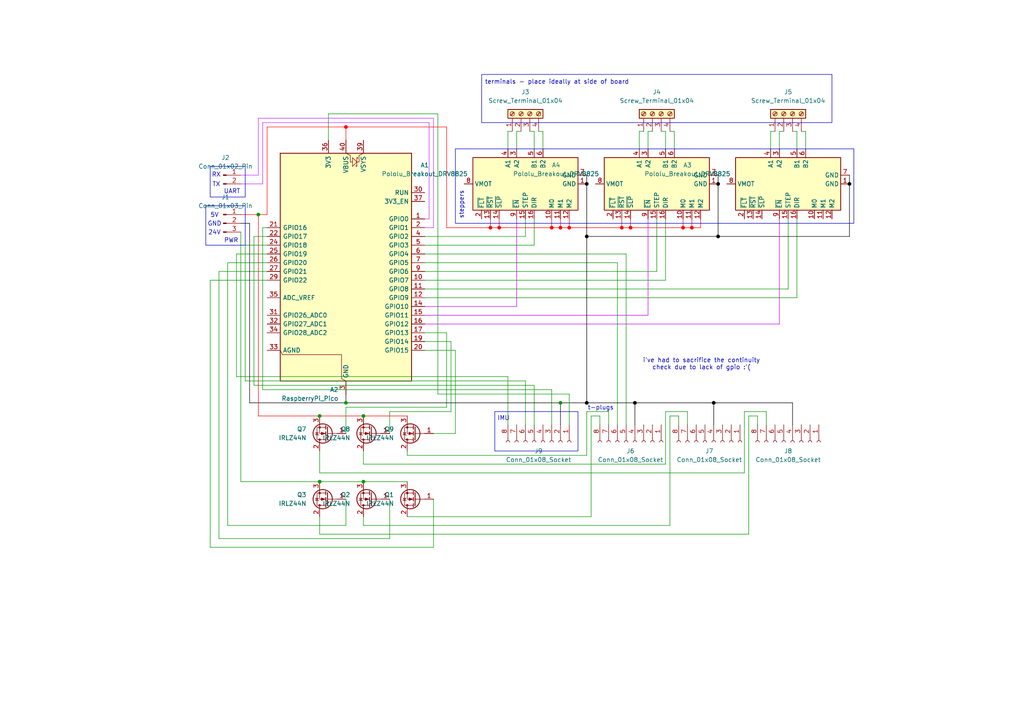
<source format=kicad_sch>
(kicad_sch (version 20250114) (generator "eeschema") (generator_version "9.0")
  (paper "A4")
  (lib_symbols
    (symbol "Connector:Conn_01x02_Pin" (pin_names (offset 1.016) (hide yes))
      (property "Reference" "J" (at 0 2.54 0))
      (property "Value" "Conn_01x02_Pin" (at 0 -5.08 0))
      (symbol "Conn_01x02_Pin_1_1"
        (rectangle (start 0.8636 0.127) (end 0 -0.127) (stroke (width 0.1524)) (fill (type outline)))
        (rectangle (start 0.8636 -2.413) (end 0 -2.667) (stroke (width 0.1524)) (fill (type outline)))
        (polyline (pts (xy 1.27 0) (xy 0.8636 0)) (stroke (width 0.1524)))
        (polyline (pts (xy 1.27 -2.54) (xy 0.8636 -2.54)) (stroke (width 0.1524)))
        (pin passive line (at 5.08 0 180) (length 3.81) (name "Pin_1") (number "1"))
        (pin passive line (at 5.08 -2.54 180) (length 3.81) (name "Pin_2") (number "2"))
      )
    )
    (symbol "Connector:Conn_01x03_Pin" (pin_names (offset 1.016) (hide yes))
      (property "Reference" "J" (at 0 5.08 0))
      (property "Value" "Conn_01x03_Pin" (at 0 -5.08 0))
      (symbol "Conn_01x03_Pin_1_1"
        (rectangle (start 0.8636 2.667) (end 0 2.413) (stroke (width 0.1524)) (fill (type outline)))
        (rectangle (start 0.8636 0.127) (end 0 -0.127) (stroke (width 0.1524)) (fill (type outline)))
        (rectangle (start 0.8636 -2.413) (end 0 -2.667) (stroke (width 0.1524)) (fill (type outline)))
        (polyline (pts (xy 1.27 2.54) (xy 0.8636 2.54)) (stroke (width 0.1524)))
        (polyline (pts (xy 1.27 0) (xy 0.8636 0)) (stroke (width 0.1524)))
        (polyline (pts (xy 1.27 -2.54) (xy 0.8636 -2.54)) (stroke (width 0.1524)))
        (pin passive line (at 5.08 2.54 180) (length 3.81) (name "Pin_1") (number "1"))
        (pin passive line (at 5.08 0 180) (length 3.81) (name "Pin_2") (number "2"))
        (pin passive line (at 5.08 -2.54 180) (length 3.81) (name "Pin_3") (number "3"))
      )
    )
    (symbol "Connector:Conn_01x08_Socket" (pin_names (offset 1.016) (hide yes))
      (property "Reference" "J" (at 0 10.16 0))
      (property "Value" "Conn_01x08_Socket" (at 0 -12.7 0))
      (symbol "Conn_01x08_Socket_1_1"
        (polyline (pts (xy -1.27 7.62) (xy -0.508 7.62)) (stroke (width 0.1524)))
        (polyline (pts (xy -1.27 5.08) (xy -0.508 5.08)) (stroke (width 0.1524)))
        (polyline (pts (xy -1.27 2.54) (xy -0.508 2.54)) (stroke (width 0.1524)))
        (polyline (pts (xy -1.27 0) (xy -0.508 0)) (stroke (width 0.1524)))
        (polyline (pts (xy -1.27 -2.54) (xy -0.508 -2.54)) (stroke (width 0.1524)))
        (polyline (pts (xy -1.27 -5.08) (xy -0.508 -5.08)) (stroke (width 0.1524)))
        (polyline (pts (xy -1.27 -7.62) (xy -0.508 -7.62)) (stroke (width 0.1524)))
        (polyline (pts (xy -1.27 -10.16) (xy -0.508 -10.16)) (stroke (width 0.1524)))
        (arc (start 0 7.112) (mid -0.5058 7.62) (end 0 8.128) (stroke (width 0.1524)))
        (arc (start 0 4.572) (mid -0.5058 5.08) (end 0 5.588) (stroke (width 0.1524)))
        (arc (start 0 2.032) (mid -0.5058 2.54) (end 0 3.048) (stroke (width 0.1524)))
        (arc (start 0 -0.508) (mid -0.5058 0) (end 0 0.508) (stroke (width 0.1524)))
        (arc (start 0 -3.048) (mid -0.5058 -2.54) (end 0 -2.032) (stroke (width 0.1524)))
        (arc (start 0 -5.588) (mid -0.5058 -5.08) (end 0 -4.572) (stroke (width 0.1524)))
        (arc (start 0 -8.128) (mid -0.5058 -7.62) (end 0 -7.112) (stroke (width 0.1524)))
        (arc (start 0 -10.668) (mid -0.5058 -10.16) (end 0 -9.652) (stroke (width 0.1524)))
        (pin passive line (at -5.08 7.62 0) (length 3.81) (name "Pin_1") (number "1"))
        (pin passive line (at -5.08 5.08 0) (length 3.81) (name "Pin_2") (number "2"))
        (pin passive line (at -5.08 2.54 0) (length 3.81) (name "Pin_3") (number "3"))
        (pin passive line (at -5.08 0 0) (length 3.81) (name "Pin_4") (number "4"))
        (pin passive line (at -5.08 -2.54 0) (length 3.81) (name "Pin_5") (number "5"))
        (pin passive line (at -5.08 -5.08 0) (length 3.81) (name "Pin_6") (number "6"))
        (pin passive line (at -5.08 -7.62 0) (length 3.81) (name "Pin_7") (number "7"))
        (pin passive line (at -5.08 -10.16 0) (length 3.81) (name "Pin_8") (number "8"))
      )
    )
    (symbol "Connector:Screw_Terminal_01x04" (pin_names (offset 1.016) (hide yes))
      (property "Reference" "J" (at 0 5.08 0))
      (property "Value" "Screw_Terminal_01x04" (at 0 -7.62 0))
      (symbol "Screw_Terminal_01x04_1_1"
        (rectangle (start -1.27 3.81) (end 1.27 -6.35) (stroke (width 0.254)) (fill (type background)))
        (polyline (pts (xy -0.5334 2.8702) (xy 0.3302 2.032)) (stroke (width 0.1524)))
        (polyline (pts (xy -0.5334 0.3302) (xy 0.3302 -0.508)) (stroke (width 0.1524)))
        (polyline (pts (xy -0.5334 -2.2098) (xy 0.3302 -3.048)) (stroke (width 0.1524)))
        (polyline (pts (xy -0.5334 -4.7498) (xy 0.3302 -5.588)) (stroke (width 0.1524)))
        (polyline (pts (xy -0.3556 3.048) (xy 0.508 2.2098)) (stroke (width 0.1524)))
        (polyline (pts (xy -0.3556 0.508) (xy 0.508 -0.3302)) (stroke (width 0.1524)))
        (polyline (pts (xy -0.3556 -2.032) (xy 0.508 -2.8702)) (stroke (width 0.1524)))
        (polyline (pts (xy -0.3556 -4.572) (xy 0.508 -5.4102)) (stroke (width 0.1524)))
        (circle (center 0 2.54) (radius 0.635) (stroke (width 0.1524)))
        (circle (center 0 0) (radius 0.635) (stroke (width 0.1524)))
        (circle (center 0 -2.54) (radius 0.635) (stroke (width 0.1524)))
        (circle (center 0 -5.08) (radius 0.635) (stroke (width 0.1524)))
        (pin passive line (at -5.08 2.54 0) (length 3.81) (name "Pin_1") (number "1"))
        (pin passive line (at -5.08 0 0) (length 3.81) (name "Pin_2") (number "2"))
        (pin passive line (at -5.08 -2.54 0) (length 3.81) (name "Pin_3") (number "3"))
        (pin passive line (at -5.08 -5.08 0) (length 3.81) (name "Pin_4") (number "4"))
      )
    )
    (symbol "Driver_Motor:Pololu_Breakout_DRV8825"
      (property "Reference" "A" (at -2.54 16.51 0))
      (property "Value" "Pololu_Breakout_DRV8825" (at -2.54 13.97 0))
      (symbol "Pololu_Breakout_DRV8825_0_1"
        (rectangle (start 7.62 -17.78) (end -7.62 12.7) (stroke (width 0.254)) (fill (type background)))
      )
      (symbol "Pololu_Breakout_DRV8825_1_1"
        (pin output line (at -10.16 10.16 0) (length 2.54) (name "~{FLT}") (number "2"))
        (pin input line (at -10.16 7.62 0) (length 2.54) (name "~{RST}") (number "13"))
        (pin input line (at -10.16 5.08 0) (length 2.54) (name "~{SLP}") (number "14"))
        (pin input line (at -10.16 0 0) (length 2.54) (name "~{EN}") (number "9"))
        (pin input line (at -10.16 -2.54 0) (length 2.54) (name "STEP") (number "15"))
        (pin input line (at -10.16 -5.08 0) (length 2.54) (name "DIR") (number "16"))
        (pin input line (at -10.16 -10.16 0) (length 2.54) (name "M0") (number "10"))
        (pin input line (at -10.16 -12.7 0) (length 2.54) (name "M1") (number "11"))
        (pin input line (at -10.16 -15.24 0) (length 2.54) (name "M2") (number "12"))
        (pin power_in line (at 0 15.24 270) (length 2.54) (name "VMOT") (number "8"))
        (pin power_in line (at 0 -20.32 90) (length 2.54) (name "GND") (number "1"))
        (pin power_in line (at 2.54 -20.32 90) (length 2.54) (name "GND") (number "7"))
        (pin output line (at 10.16 2.54 180) (length 2.54) (name "A1") (number "4"))
        (pin output line (at 10.16 0 180) (length 2.54) (name "A2") (number "3"))
        (pin output line (at 10.16 -5.08 180) (length 2.54) (name "B1") (number "5"))
        (pin output line (at 10.16 -7.62 180) (length 2.54) (name "B2") (number "6"))
      )
    )
    (symbol "MCU_Module:RaspberryPi_Pico" (pin_names (offset 0.762))
      (property "Reference" "A" (at -19.05 35.56 0))
      (property "Value" "RaspberryPi_Pico" (at 7.62 35.56 0))
      (symbol "RaspberryPi_Pico_0_1"
        (rectangle (start -19.05 34.29) (end 19.05 -31.75) (stroke (width 0.254)) (fill (type background)))
        (polyline (pts (xy -5.08 34.29) (xy -3.81 33.655) (xy -3.81 31.75) (xy -3.175 31.75)))
        (polyline (pts (xy -3.429 32.766) (xy -3.429 33.02) (xy -3.175 33.02) (xy -3.175 30.48) (xy -2.921 30.48) (xy -2.921 30.734)))
        (polyline (pts (xy -3.175 31.75) (xy -1.905 33.02) (xy -1.905 30.48) (xy -3.175 31.75)))
        (polyline (pts (xy 0 34.29) (xy -1.27 33.655) (xy -1.27 31.75) (xy -1.905 31.75)))
        (polyline (pts (xy 0 -31.75) (xy 1.27 -31.115) (xy 1.27 -24.13) (xy 18.415 -24.13) (xy 19.05 -22.86)))
      )
      (symbol "RaspberryPi_Pico_1_1"
        (pin passive line (at -22.86 22.86 0) (length 3.81) (name "RUN") (number "30"))
        (pin passive line (at -22.86 20.32 0) (length 3.81) (name "3V3_EN") (number "37"))
        (pin bidirectional line (at -22.86 15.24 0) (length 3.81) (name "GPIO0") (number "1"))
        (pin bidirectional line (at -22.86 12.7 0) (length 3.81) (name "GPIO1") (number "2"))
        (pin bidirectional line (at -22.86 10.16 0) (length 3.81) (name "GPIO2") (number "4"))
        (pin bidirectional line (at -22.86 7.62 0) (length 3.81) (name "GPIO3") (number "5"))
        (pin bidirectional line (at -22.86 5.08 0) (length 3.81) (name "GPIO4") (number "6"))
        (pin bidirectional line (at -22.86 2.54 0) (length 3.81) (name "GPIO5") (number "7"))
        (pin bidirectional line (at -22.86 0 0) (length 3.81) (name "GPIO6") (number "9"))
        (pin bidirectional line (at -22.86 -2.54 0) (length 3.81) (name "GPIO7") (number "10"))
        (pin bidirectional line (at -22.86 -5.08 0) (length 3.81) (name "GPIO8") (number "11"))
        (pin bidirectional line (at -22.86 -7.62 0) (length 3.81) (name "GPIO9") (number "12"))
        (pin bidirectional line (at -22.86 -10.16 0) (length 3.81) (name "GPIO10") (number "14"))
        (pin bidirectional line (at -22.86 -12.7 0) (length 3.81) (name "GPIO11") (number "15"))
        (pin bidirectional line (at -22.86 -15.24 0) (length 3.81) (name "GPIO12") (number "16"))
        (pin bidirectional line (at -22.86 -17.78 0) (length 3.81) (name "GPIO13") (number "17"))
        (pin bidirectional line (at -22.86 -20.32 0) (length 3.81) (name "GPIO14") (number "19"))
        (pin bidirectional line (at -22.86 -22.86 0) (length 3.81) (name "GPIO15") (number "20"))
        (pin power_in line (at -5.08 38.1 270) (length 3.81) (name "VSYS") (number "39"))
        (pin power_out line (at 0 38.1 270) (length 3.81) (name "VBUS") (number "40"))
        (pin passive line (at 0 -35.56 90) (length 3.81) (hide yes) (name "GND") (number "13"))
        (pin passive line (at 0 -35.56 90) (length 3.81) (hide yes) (name "GND") (number "18"))
        (pin passive line (at 0 -35.56 90) (length 3.81) (hide yes) (name "GND") (number "23"))
        (pin passive line (at 0 -35.56 90) (length 3.81) (hide yes) (name "GND") (number "28"))
        (pin power_out line (at 0 -35.56 90) (length 3.81) (name "GND") (number "3"))
        (pin passive line (at 0 -35.56 90) (length 3.81) (hide yes) (name "GND") (number "38"))
        (pin passive line (at 0 -35.56 90) (length 3.81) (hide yes) (name "GND") (number "8"))
        (pin power_out line (at 5.08 38.1 270) (length 3.81) (name "3V3") (number "36"))
        (pin bidirectional line (at 22.86 12.7 180) (length 3.81) (name "GPIO16") (number "21"))
        (pin bidirectional line (at 22.86 10.16 180) (length 3.81) (name "GPIO17") (number "22"))
        (pin bidirectional line (at 22.86 7.62 180) (length 3.81) (name "GPIO18") (number "24"))
        (pin bidirectional line (at 22.86 5.08 180) (length 3.81) (name "GPIO19") (number "25"))
        (pin bidirectional line (at 22.86 2.54 180) (length 3.81) (name "GPIO20") (number "26"))
        (pin bidirectional line (at 22.86 0 180) (length 3.81) (name "GPIO21") (number "27"))
        (pin bidirectional line (at 22.86 -2.54 180) (length 3.81) (name "GPIO22") (number "29"))
        (pin power_in line (at 22.86 -7.62 180) (length 3.81) (name "ADC_VREF") (number "35"))
        (pin bidirectional line (at 22.86 -12.7 180) (length 3.81) (name "GPIO26_ADC0") (number "31"))
        (pin bidirectional line (at 22.86 -15.24 180) (length 3.81) (name "GPIO27_ADC1") (number "32"))
        (pin bidirectional line (at 22.86 -17.78 180) (length 3.81) (name "GPIO28_ADC2") (number "34"))
        (pin power_out line (at 22.86 -22.86 180) (length 3.81) (name "AGND") (number "33"))
      )
    )
    (symbol "Transistor_FET:IRLZ44N" (pin_names (hide yes))
      (property "Reference" "Q" (at 5.08 1.905 0))
      (property "Value" "IRLZ44N" (at 5.08 0 0))
      (symbol "IRLZ44N_0_1"
        (polyline (pts (xy 0.254 1.905) (xy 0.254 -1.905)) (stroke (width 0.254)))
        (polyline (pts (xy 0.254 0) (xy -2.54 0)))
        (polyline (pts (xy 0.762 2.286) (xy 0.762 1.27)) (stroke (width 0.254)))
        (polyline (pts (xy 0.762 0.508) (xy 0.762 -0.508)) (stroke (width 0.254)))
        (polyline (pts (xy 0.762 -1.27) (xy 0.762 -2.286)) (stroke (width 0.254)))
        (polyline (pts (xy 0.762 -1.778) (xy 3.302 -1.778) (xy 3.302 1.778) (xy 0.762 1.778)))
        (polyline (pts (xy 1.016 0) (xy 2.032 0.381) (xy 2.032 -0.381) (xy 1.016 0)) (fill (type outline)))
        (circle (center 1.651 0) (radius 2.794) (stroke (width 0.254)))
        (polyline (pts (xy 2.54 2.54) (xy 2.54 1.778)))
        (circle (center 2.54 1.778) (radius 0.254) (fill (type outline)))
        (circle (center 2.54 -1.778) (radius 0.254) (fill (type outline)))
        (polyline (pts (xy 2.54 -2.54) (xy 2.54 0) (xy 0.762 0)))
        (polyline (pts (xy 2.794 0.508) (xy 2.921 0.381) (xy 3.683 0.381) (xy 3.81 0.254)))
        (polyline (pts (xy 3.302 0.381) (xy 2.921 -0.254) (xy 3.683 -0.254) (xy 3.302 0.381)))
      )
      (symbol "IRLZ44N_1_1"
        (pin input line (at -5.08 0 0) (length 2.54) (name "G") (number "1"))
        (pin passive line (at 2.54 5.08 270) (length 2.54) (name "D") (number "2"))
        (pin passive line (at 2.54 -5.08 90) (length 2.54) (name "S") (number "3"))
      )
    )
  )
  (rectangle (start 59.69 59.69) (end 71.12 71.12))
  (rectangle (start 132.08 43.18) (end 247.65 64.77))
  (rectangle (start 143.51 119.38) (end 167.64 130.81))
  (rectangle (start 60.96 48.26) (end 71.12 57.15))
  (rectangle (start 139.7 21.59) (end 241.3 35.56))
  (text "i've had to sacrifice the continuity\ncheck due to lack of gpio :'(" (at 203.454 105.664 0) (effects (font (size 1.27 1.27))))
  (text "IMU" (at 146.05 121.412 0) (effects (font (size 1.27 1.27))))
  (text "5V" (at 62.23 62.484 0) (effects (font (size 1.27 1.27))))
  (text "RX" (at 62.738 50.8 0) (effects (font (size 1.27 1.27))))
  (text "steppers" (at 133.858 59.436 90) (effects (font (size 1.27 1.27))))
  (text "GND" (at 62.23 65.024 0) (effects (font (size 1.27 1.27))))
  (text "TX" (at 62.738 53.594 0) (effects (font (size 1.27 1.27))))
  (text "PWR" (at 67.056 69.85 0) (effects (font (size 1.27 1.27))))
  (text "24V" (at 62.23 67.564 0) (effects (font (size 1.27 1.27))))
  (text "t-plugs" (at 174.244 118.364 0) (effects (font (size 1.27 1.27))))
  (text "terminals - place ideally at side of board" (at 161.544 23.876 0) (effects (font (size 1.27 1.27))))
  (text "UART" (at 67.31 55.626 0) (effects (font (size 1.27 1.27))))
  (junction (at 180.34 66.04) (color 255 0 0 1))
  (junction (at 184.15 116.84) (color 0 0 0 1))
  (junction (at 208.28 53.34) (color 0 0 0 1))
  (junction (at 162.56 66.04) (color 255 0 0 1))
  (junction (at 170.18 116.84) (color 0 0 0 1))
  (junction (at 74.93 62.23))
  (junction (at 208.28 68.58) (color 0 0 0 1))
  (junction (at 92.71 120.65))
  (junction (at 142.24 66.04) (color 255 0 0 1))
  (junction (at 198.12 66.04) (color 255 0 0 1))
  (junction (at 207.01 116.84) (color 0 0 0 1))
  (junction (at 100.33 116.84))
  (junction (at 92.71 139.7))
  (junction (at 100.33 36.83) (color 255 0 0 1))
  (junction (at 105.41 120.65))
  (junction (at 170.18 68.58) (color 0 0 0 1))
  (junction (at 182.88 66.04) (color 255 0 0 1))
  (junction (at 165.1 66.04) (color 255 0 0 1))
  (junction (at 246.38 53.34) (color 0 0 0 1))
  (junction (at 105.41 139.7))
  (junction (at 170.18 53.34) (color 0 0 0 1))
  (junction (at 200.66 66.04) (color 255 0 0 1))
  (junction (at 162.56 116.84))
  (junction (at 144.78 66.04) (color 255 0 0 1))
  (junction (at 160.02 66.04) (color 255 0 0 1))
  (wire (pts (xy 231.14 43.18) (xy 231.14 38.1)))
  (wire (pts (xy 113.03 119.38) (xy 113.03 125.73)))
  (wire (pts (xy 170.18 53.34) (xy 170.18 50.8)) (stroke (width 0) (color 0 0 0 1)))
  (wire (pts (xy 123.19 63.5) (xy 124.46 63.5)) (stroke (width 0) (color 196 39 255 1)))
  (wire (pts (xy 157.48 43.18) (xy 157.48 38.1)))
  (wire (pts (xy 226.06 43.18) (xy 226.06 38.1)))
  (wire (pts (xy 123.19 81.28) (xy 193.04 81.28)))
  (wire (pts (xy 100.33 116.84) (xy 72.39 116.84)) (stroke (width 0) (color 0 0 0 1)))
  (wire (pts (xy 77.47 66.04) (xy 76.2 66.04)))
  (wire (pts (xy 195.58 43.18) (xy 195.58 38.1)))
  (wire (pts (xy 105.41 134.62) (xy 193.04 134.62)))
  (wire (pts (xy 95.25 33.02) (xy 95.25 40.64)))
  (wire (pts (xy 76.2 35.56) (xy 76.2 53.34)) (stroke (width 0) (color 196 39 255 1)))
  (wire (pts (xy 199.39 119.38) (xy 199.39 123.19)))
  (wire (pts (xy 123.19 101.6) (xy 132.08 101.6)))
  (wire (pts (xy 187.96 63.5) (xy 187.96 91.44)) (stroke (width 0) (color 193 0 255 1)))
  (wire (pts (xy 100.33 36.83) (xy 100.33 40.64)) (stroke (width 0) (color 255 0 0 1)))
  (wire (pts (xy 246.38 53.34) (xy 246.38 50.8)) (stroke (width 0) (color 0 0 0 1)))
  (wire (pts (xy 207.01 116.84) (xy 207.01 123.19)) (stroke (width 0) (color 0 0 0 1)))
  (wire (pts (xy 125.73 34.29) (xy 125.73 66.04)) (stroke (width 0) (color 196 39 255 1)))
  (wire (pts (xy 73.66 68.58) (xy 73.66 111.76)))
  (wire (pts (xy 77.47 71.12) (xy 71.12 71.12)))
  (wire (pts (xy 77.47 76.2) (xy 66.04 76.2)))
  (wire (pts (xy 233.68 38.1) (xy 232.41 38.1)))
  (wire (pts (xy 184.15 116.84) (xy 184.15 123.19)) (stroke (width 0) (color 0 0 0 1)))
  (wire (pts (xy 76.2 66.04) (xy 76.2 113.03)))
  (wire (pts (xy 123.19 71.12) (xy 154.94 71.12)))
  (wire (pts (xy 63.5 78.74) (xy 63.5 156.21)))
  (wire (pts (xy 71.12 110.49) (xy 152.4 110.49)))
  (wire (pts (xy 171.45 149.86) (xy 171.45 120.65)))
  (wire (pts (xy 142.24 66.04) (xy 144.78 66.04)) (stroke (width 0) (color 255 0 0 1)))
  (wire (pts (xy 123.19 99.06) (xy 130.81 99.06)))
  (wire (pts (xy 123.19 73.66) (xy 181.61 73.66)))
  (wire (pts (xy 123.19 93.98) (xy 226.06 93.98)) (stroke (width 0) (color 193 0 255 1)))
  (wire (pts (xy 144.78 63.5) (xy 144.78 66.04)) (stroke (width 0) (color 255 0 0 1)))
  (wire (pts (xy 74.93 120.65) (xy 92.71 120.65)) (stroke (width 0) (color 255 0 0 1)))
  (wire (pts (xy 130.81 99.06) (xy 130.81 119.38)))
  (wire (pts (xy 165.1 114.3) (xy 127 114.3)))
  (wire (pts (xy 154.94 111.76) (xy 154.94 123.19)))
  (wire (pts (xy 203.2 66.04) (xy 203.2 63.5)) (stroke (width 0) (color 255 0 0 1)))
  (wire (pts (xy 74.93 62.23) (xy 74.93 120.65)) (stroke (width 0) (color 255 0 0 1)))
  (wire (pts (xy 231.14 86.36) (xy 231.14 63.5)))
  (wire (pts (xy 152.4 68.58) (xy 152.4 63.5)))
  (wire (pts (xy 60.96 81.28) (xy 60.96 158.75)))
  (wire (pts (xy 152.4 110.49) (xy 152.4 123.19)))
  (wire (pts (xy 118.11 132.08) (xy 170.18 132.08)))
  (wire (pts (xy 72.39 116.84) (xy 72.39 64.77)) (stroke (width 0) (color 0 0 0 1)))
  (wire (pts (xy 226.06 38.1) (xy 227.33 38.1)))
  (wire (pts (xy 231.14 38.1) (xy 229.87 38.1)))
  (wire (pts (xy 127 33.02) (xy 95.25 33.02)))
  (wire (pts (xy 72.39 64.77) (xy 69.85 64.77)) (stroke (width 0) (color 0 0 0 1)))
  (wire (pts (xy 160.02 66.04) (xy 162.56 66.04)) (stroke (width 0) (color 255 0 0 1)))
  (wire (pts (xy 123.19 66.04) (xy 125.73 66.04)) (stroke (width 0) (color 196 39 255 1)))
  (wire (pts (xy 74.93 50.8) (xy 69.85 50.8)) (stroke (width 0) (color 196 39 255 1)))
  (wire (pts (xy 92.71 130.81) (xy 92.71 137.16)))
  (wire (pts (xy 66.04 152.4) (xy 100.33 152.4)))
  (wire (pts (xy 132.08 125.73) (xy 125.73 125.73)))
  (wire (pts (xy 193.04 119.38) (xy 199.39 119.38)))
  (wire (pts (xy 154.94 63.5) (xy 154.94 71.12)))
  (wire (pts (xy 171.45 120.65) (xy 173.99 120.65)))
  (wire (pts (xy 157.48 38.1) (xy 156.21 38.1)))
  (wire (pts (xy 154.94 38.1) (xy 153.67 38.1)))
  (wire (pts (xy 142.24 63.5) (xy 142.24 66.04)) (stroke (width 0) (color 255 0 0 1)))
  (wire (pts (xy 193.04 63.5) (xy 193.04 81.28)))
  (wire (pts (xy 170.18 68.58) (xy 170.18 116.84)) (stroke (width 0) (color 0 0 0 1)))
  (wire (pts (xy 123.19 91.44) (xy 187.96 91.44)) (stroke (width 0) (color 193 0 255 1)))
  (wire (pts (xy 124.46 35.56) (xy 124.46 63.5)) (stroke (width 0) (color 196 39 255 1)))
  (wire (pts (xy 162.56 116.84) (xy 170.18 116.84)) (stroke (width 0) (color 0 0 0 1)))
  (wire (pts (xy 198.12 66.04) (xy 200.66 66.04)) (stroke (width 0) (color 255 0 0 1)))
  (wire (pts (xy 193.04 43.18) (xy 193.04 38.1)))
  (wire (pts (xy 170.18 116.84) (xy 184.15 116.84)) (stroke (width 0) (color 0 0 0 1)))
  (wire (pts (xy 105.41 152.4) (xy 194.31 152.4)))
  (wire (pts (xy 125.73 158.75) (xy 125.73 144.78)))
  (wire (pts (xy 208.28 68.58) (xy 246.38 68.58)) (stroke (width 0) (color 0 0 0 1)))
  (wire (pts (xy 113.03 156.21) (xy 113.03 144.78)))
  (wire (pts (xy 182.88 66.04) (xy 182.88 63.5)) (stroke (width 0) (color 255 0 0 1)))
  (wire (pts (xy 196.85 120.65) (xy 196.85 123.19)))
  (wire (pts (xy 147.32 38.1) (xy 148.59 38.1)))
  (wire (pts (xy 132.08 101.6) (xy 132.08 125.73)))
  (wire (pts (xy 217.17 120.65) (xy 219.71 120.65)))
  (wire (pts (xy 77.47 78.74) (xy 63.5 78.74)))
  (wire (pts (xy 92.71 120.65) (xy 105.41 120.65)) (stroke (width 0) (color 255 0 0 1)))
  (wire (pts (xy 123.19 78.74) (xy 190.5 78.74)))
  (wire (pts (xy 60.96 158.75) (xy 125.73 158.75)))
  (wire (pts (xy 222.25 119.38) (xy 222.25 123.19)))
  (wire (pts (xy 200.66 66.04) (xy 200.66 63.5)) (stroke (width 0) (color 255 0 0 1)))
  (wire (pts (xy 105.41 130.81) (xy 105.41 134.62)))
  (wire (pts (xy 182.88 66.04) (xy 198.12 66.04)) (stroke (width 0) (color 255 0 0 1)))
  (wire (pts (xy 92.71 154.94) (xy 217.17 154.94)))
  (wire (pts (xy 118.11 149.86) (xy 171.45 149.86)))
  (wire (pts (xy 165.1 66.04) (xy 165.1 63.5)) (stroke (width 0) (color 255 0 0 1)))
  (wire (pts (xy 215.9 119.38) (xy 222.25 119.38)))
  (wire (pts (xy 195.58 38.1) (xy 194.31 38.1)))
  (wire (pts (xy 68.58 73.66) (xy 68.58 109.22)))
  (wire (pts (xy 77.47 81.28) (xy 60.96 81.28)))
  (wire (pts (xy 217.17 154.94) (xy 217.17 120.65)))
  (wire (pts (xy 149.86 63.5) (xy 149.86 88.9)) (stroke (width 0) (color 193 0 255 1)))
  (wire (pts (xy 170.18 53.34) (xy 170.18 68.58)) (stroke (width 0) (color 0 0 0 1)))
  (wire (pts (xy 219.71 120.65) (xy 219.71 123.19)))
  (wire (pts (xy 69.85 139.7) (xy 92.71 139.7)))
  (wire (pts (xy 193.04 134.62) (xy 193.04 119.38)))
  (wire (pts (xy 185.42 38.1) (xy 186.69 38.1)))
  (wire (pts (xy 74.93 62.23) (xy 77.47 62.23)) (stroke (width 0) (color 255 0 0 1)))
  (wire (pts (xy 149.86 38.1) (xy 151.13 38.1)))
  (wire (pts (xy 66.04 76.2) (xy 66.04 152.4)))
  (wire (pts (xy 118.11 130.81) (xy 118.11 132.08)))
  (wire (pts (xy 123.19 83.82) (xy 228.6 83.82)))
  (wire (pts (xy 77.47 68.58) (xy 73.66 68.58)))
  (wire (pts (xy 165.1 123.19) (xy 165.1 114.3)))
  (wire (pts (xy 160.02 66.04) (xy 160.02 63.5)) (stroke (width 0) (color 255 0 0 1)))
  (wire (pts (xy 176.53 119.38) (xy 176.53 123.19)))
  (wire (pts (xy 194.31 120.65) (xy 196.85 120.65)))
  (wire (pts (xy 246.38 68.58) (xy 246.38 53.34)) (stroke (width 0) (color 0 0 0 1)))
  (wire (pts (xy 193.04 38.1) (xy 191.77 38.1)))
  (wire (pts (xy 129.54 66.04) (xy 142.24 66.04)) (stroke (width 0) (color 255 0 0 1)))
  (wire (pts (xy 92.71 139.7) (xy 105.41 139.7)))
  (wire (pts (xy 123.19 76.2) (xy 179.07 76.2)))
  (wire (pts (xy 125.73 34.29) (xy 74.93 34.29)) (stroke (width 0) (color 196 39 255 1)))
  (wire (pts (xy 187.96 38.1) (xy 189.23 38.1)))
  (wire (pts (xy 180.34 66.04) (xy 182.88 66.04)) (stroke (width 0) (color 255 0 0 1)))
  (wire (pts (xy 92.71 137.16) (xy 215.9 137.16)))
  (wire (pts (xy 76.2 113.03) (xy 160.02 113.03)))
  (wire (pts (xy 215.9 137.16) (xy 215.9 119.38)))
  (wire (pts (xy 162.56 116.84) (xy 162.56 123.19)) (stroke (width 0) (color 0 0 0 1)))
  (wire (pts (xy 105.41 139.7) (xy 118.11 139.7)))
  (wire (pts (xy 73.66 111.76) (xy 154.94 111.76)))
  (wire (pts (xy 154.94 43.18) (xy 154.94 38.1)))
  (wire (pts (xy 77.47 36.83) (xy 100.33 36.83)) (stroke (width 0) (color 255 0 0 1)))
  (wire (pts (xy 129.54 118.11) (xy 100.33 118.11)))
  (wire (pts (xy 207.01 116.84) (xy 229.87 116.84)) (stroke (width 0) (color 0 0 0 1)))
  (wire (pts (xy 74.93 34.29) (xy 74.93 50.8)) (stroke (width 0) (color 196 39 255 1)))
  (wire (pts (xy 200.66 66.04) (xy 203.2 66.04)) (stroke (width 0) (color 255 0 0 1)))
  (wire (pts (xy 184.15 116.84) (xy 207.01 116.84)) (stroke (width 0) (color 0 0 0 1)))
  (wire (pts (xy 100.33 114.3) (xy 100.33 116.84)) (stroke (width 0) (color 0 0 0 1)))
  (wire (pts (xy 190.5 63.5) (xy 190.5 78.74)))
  (wire (pts (xy 68.58 109.22) (xy 147.32 109.22)))
  (wire (pts (xy 173.99 120.65) (xy 173.99 123.19)))
  (wire (pts (xy 105.41 120.65) (xy 118.11 120.65)) (stroke (width 0) (color 255 0 0 1)))
  (wire (pts (xy 170.18 68.58) (xy 208.28 68.58)) (stroke (width 0) (color 0 0 0 1)))
  (wire (pts (xy 181.61 73.66) (xy 181.61 123.19)))
  (wire (pts (xy 229.87 116.84) (xy 229.87 123.19)) (stroke (width 0) (color 0 0 0 1)))
  (wire (pts (xy 124.46 35.56) (xy 76.2 35.56)) (stroke (width 0) (color 196 39 255 1)))
  (wire (pts (xy 198.12 66.04) (xy 198.12 63.5)) (stroke (width 0) (color 255 0 0 1)))
  (wire (pts (xy 129.54 96.52) (xy 129.54 118.11)))
  (wire (pts (xy 92.71 149.86) (xy 92.71 154.94)))
  (wire (pts (xy 123.19 68.58) (xy 152.4 68.58)))
  (wire (pts (xy 76.2 53.34) (xy 69.85 53.34)) (stroke (width 0) (color 196 39 255 1)))
  (wire (pts (xy 185.42 43.18) (xy 185.42 38.1)))
  (wire (pts (xy 223.52 38.1) (xy 224.79 38.1)))
  (wire (pts (xy 223.52 43.18) (xy 223.52 38.1)))
  (wire (pts (xy 170.18 132.08) (xy 170.18 119.38)))
  (wire (pts (xy 77.47 62.23) (xy 77.47 36.83)) (stroke (width 0) (color 255 0 0 1)))
  (wire (pts (xy 180.34 66.04) (xy 180.34 63.5)) (stroke (width 0) (color 255 0 0 1)))
  (wire (pts (xy 228.6 83.82) (xy 228.6 63.5)))
  (wire (pts (xy 233.68 43.18) (xy 233.68 38.1)))
  (wire (pts (xy 100.33 36.83) (xy 129.54 36.83)) (stroke (width 0) (color 255 0 0 1)))
  (wire (pts (xy 100.33 116.84) (xy 162.56 116.84)) (stroke (width 0) (color 0 0 0 1)))
  (wire (pts (xy 100.33 152.4) (xy 100.33 144.78)))
  (wire (pts (xy 71.12 71.12) (xy 71.12 110.49)))
  (wire (pts (xy 194.31 152.4) (xy 194.31 120.65)))
  (wire (pts (xy 129.54 36.83) (xy 129.54 66.04)) (stroke (width 0) (color 255 0 0 1)))
  (wire (pts (xy 165.1 66.04) (xy 180.34 66.04)) (stroke (width 0) (color 255 0 0 1)))
  (wire (pts (xy 123.19 88.9) (xy 149.86 88.9)) (stroke (width 0) (color 193 0 255 1)))
  (wire (pts (xy 162.56 66.04) (xy 165.1 66.04)) (stroke (width 0) (color 255 0 0 1)))
  (wire (pts (xy 160.02 113.03) (xy 160.02 123.19)))
  (wire (pts (xy 208.28 68.58) (xy 208.28 53.34)) (stroke (width 0) (color 0 0 0 1)))
  (wire (pts (xy 149.86 43.18) (xy 149.86 38.1)))
  (wire (pts (xy 63.5 156.21) (xy 113.03 156.21)))
  (wire (pts (xy 208.28 53.34) (xy 208.28 50.8)) (stroke (width 0) (color 0 0 0 1)))
  (wire (pts (xy 130.81 119.38) (xy 113.03 119.38)))
  (wire (pts (xy 144.78 66.04) (xy 160.02 66.04)) (stroke (width 0) (color 255 0 0 1)))
  (wire (pts (xy 77.47 73.66) (xy 68.58 73.66)))
  (wire (pts (xy 123.19 96.52) (xy 129.54 96.52)))
  (wire (pts (xy 147.32 43.18) (xy 147.32 38.1)))
  (wire (pts (xy 187.96 43.18) (xy 187.96 38.1)))
  (wire (pts (xy 105.41 149.86) (xy 105.41 152.4)))
  (wire (pts (xy 170.18 119.38) (xy 176.53 119.38)))
  (wire (pts (xy 147.32 109.22) (xy 147.32 123.19)))
  (wire (pts (xy 100.33 118.11) (xy 100.33 125.73)))
  (wire (pts (xy 127 114.3) (xy 127 33.02)))
  (wire (pts (xy 162.56 66.04) (xy 162.56 63.5)) (stroke (width 0) (color 255 0 0 1)))
  (wire (pts (xy 226.06 93.98) (xy 226.06 63.5)) (stroke (width 0) (color 193 0 255 1)))
  (wire (pts (xy 123.19 86.36) (xy 231.14 86.36)))
  (wire (pts (xy 69.85 62.23) (xy 74.93 62.23)) (stroke (width 0) (color 255 0 0 1)))
  (wire (pts (xy 69.85 67.31) (xy 69.85 139.7)))
  (wire (pts (xy 179.07 76.2) (xy 179.07 123.19)))
  (symbol (lib_id "MCU_Module:RaspberryPi_Pico") (at 100.33 78.74 0) (mirror y) (unit 1)
    (property "Reference" "A2" (at 98.1867 113.03 0) (effects (justify left)))
    (property "Value" "RaspberryPi_Pico" (at 98.1867 115.57 0) (effects (justify left)))
    (property "Footprint" "Module:RaspberryPi_Pico_Common_THT" (effects (hide yes)))
    (property "Datasheet" "https://datasheets.raspberrypi.com/pico/pico-datasheet.pdf" (effects (hide yes)))
    (property "Description" "Versatile and inexpensive microcontroller module powered by RP2040 dual-core Arm Cortex-M0+ processor up to 133 MHz, 264kB SRAM, 2MB QSPI flash; also supports Raspberry Pi Pico 2" (effects (hide yes)))
  )
  (symbol (lib_id "Connector:Conn_01x02_Pin") (at 64.77 50.8 0) (unit 1)
    (property "Reference" "J2" (at 65.405 45.72 0))
    (property "Value" "Conn_01x02_Pin" (at 65.405 48.26 0))
    (property "Footprint" "Connector_Wire:SolderWire-0.5sqmm_1x02_P4.6mm_D0.9mm_OD2.1mm" (effects (hide yes)))
    (property "Description" "Generic connector, single row, 01x02, script generated" (effects (hide yes)))
  )
  (symbol (lib_id "Transistor_FET:IRLZ44N") (at 107.95 144.78 180) (unit 1)
    (property "Reference" "Q2" (at 101.6 143.5099 0) (effects (justify left)))
    (property "Value" "IRLZ44N" (at 101.6 146.0499 0) (effects (justify left)))
    (property "Footprint" "Package_TO_SOT_THT:TO-220-3_Vertical" (effects (hide yes)))
    (property "Datasheet" "http://www.irf.com/product-info/datasheets/data/irlz44n.pdf" (effects (hide yes)))
    (property "Description" "47A Id, 55V Vds, 22mOhm Rds Single N-Channel HEXFET Power MOSFET, TO-220AB" (effects (hide yes)))
  )
  (symbol (lib_id "Transistor_FET:IRLZ44N") (at 107.95 125.73 180) (unit 1)
    (property "Reference" "Q8" (at 101.6 124.4599 0) (effects (justify left)))
    (property "Value" "IRLZ44N" (at 101.6 126.9999 0) (effects (justify left)))
    (property "Footprint" "Package_TO_SOT_THT:TO-220-3_Vertical" (effects (hide yes)))
    (property "Datasheet" "http://www.irf.com/product-info/datasheets/data/irlz44n.pdf" (effects (hide yes)))
    (property "Description" "47A Id, 55V Vds, 22mOhm Rds Single N-Channel HEXFET Power MOSFET, TO-220AB" (effects (hide yes)))
  )
  (symbol (lib_id "Transistor_FET:IRLZ44N") (at 120.65 125.73 180) (unit 1)
    (property "Reference" "Q9" (at 114.3 124.4599 0) (effects (justify left)))
    (property "Value" "IRLZ44N" (at 114.3 126.9999 0) (effects (justify left)))
    (property "Footprint" "Package_TO_SOT_THT:TO-220-3_Vertical" (effects (hide yes)))
    (property "Datasheet" "http://www.irf.com/product-info/datasheets/data/irlz44n.pdf" (effects (hide yes)))
    (property "Description" "47A Id, 55V Vds, 22mOhm Rds Single N-Channel HEXFET Power MOSFET, TO-220AB" (effects (hide yes)))
  )
  (symbol (lib_id "Connector:Screw_Terminal_01x04") (at 189.23 33.02 90) (unit 1)
    (property "Reference" "J4" (at 190.5 26.67 90))
    (property "Value" "Screw_Terminal_01x04" (at 190.5 29.21 90))
    (property "Footprint" "TerminalBlock:TerminalBlock_MaiXu_MX126-5.0-04P_1x04_P5.00mm" (effects (hide yes)))
    (property "Description" "Generic screw terminal, single row, 01x04, script generated (kicad-library-utils/schlib/autogen/connector/)" (effects (hide yes)))
  )
  (symbol (lib_id "Connector:Conn_01x03_Pin") (at 64.77 64.77 0) (unit 1)
    (property "Reference" "J1" (at 65.405 57.15 0))
    (property "Value" "Conn_01x03_Pin" (at 65.405 59.69 0))
    (property "Footprint" "Connector_Wire:SolderWire-0.5sqmm_1x03_P4.6mm_D0.9mm_OD2.1mm" (effects (hide yes)))
    (property "Description" "Generic connector, single row, 01x03, script generated" (effects (hide yes)))
  )
  (symbol (lib_id "Driver_Motor:Pololu_Breakout_DRV8825") (at 149.86 53.34 90) (unit 1)
    (property "Reference" "A1" (at 123.19 47.8946 90))
    (property "Value" "Pololu_Breakout_DRV8825" (at 123.19 50.4346 90))
    (property "Footprint" "Module:Pololu_Breakout-16_15.2x20.3mm" (effects (hide yes)))
    (property "Datasheet" "https://www.pololu.com/product/2982" (effects (hide yes)))
    (property "Description" "Pololu Breakout Board, Stepper Driver DRV8825" (effects (hide yes)))
  )
  (symbol (lib_id "Transistor_FET:IRLZ44N") (at 120.65 144.78 180) (unit 1)
    (property "Reference" "Q1" (at 114.3 143.5099 0) (effects (justify left)))
    (property "Value" "IRLZ44N" (at 114.3 146.0499 0) (effects (justify left)))
    (property "Footprint" "Package_TO_SOT_THT:TO-220-3_Vertical" (effects (hide yes)))
    (property "Datasheet" "http://www.irf.com/product-info/datasheets/data/irlz44n.pdf" (effects (hide yes)))
    (property "Description" "47A Id, 55V Vds, 22mOhm Rds Single N-Channel HEXFET Power MOSFET, TO-220AB" (effects (hide yes)))
  )
  (symbol (lib_id "Connector:Conn_01x08_Socket") (at 157.48 128.27 270) (unit 1)
    (property "Reference" "J9" (at 156.21 130.81 90))
    (property "Value" "Conn_01x08_Socket" (at 156.21 133.35 90))
    (property "Footprint" "Connector_JST:JST_PH_S8B-PH-K_1x08_P2.00mm_Horizontal" (effects (hide yes)))
    (property "Description" "Generic connector, single row, 01x08, script generated" (effects (hide yes)))
  )
  (symbol (lib_id "Connector:Conn_01x08_Socket") (at 229.87 128.27 270) (unit 1)
    (property "Reference" "J8" (at 228.6 130.81 90))
    (property "Value" "Conn_01x08_Socket" (at 228.6 133.35 90))
    (property "Footprint" "Connector_JST:JST_PH_S8B-PH-K_1x08_P2.00mm_Horizontal" (effects (hide yes)))
    (property "Description" "Generic connector, single row, 01x08, script generated" (effects (hide yes)))
  )
  (symbol (lib_id "Connector:Conn_01x08_Socket") (at 184.15 128.27 270) (unit 1)
    (property "Reference" "J6" (at 182.88 130.81 90))
    (property "Value" "Conn_01x08_Socket" (at 182.88 133.35 90))
    (property "Footprint" "Connector_JST:JST_PH_S8B-PH-K_1x08_P2.00mm_Horizontal" (effects (hide yes)))
    (property "Description" "Generic connector, single row, 01x08, script generated" (effects (hide yes)))
  )
  (symbol (lib_id "Connector:Screw_Terminal_01x04") (at 151.13 33.02 90) (unit 1)
    (property "Reference" "J3" (at 152.4 26.67 90))
    (property "Value" "Screw_Terminal_01x04" (at 152.4 29.21 90))
    (property "Footprint" "TerminalBlock:TerminalBlock_MaiXu_MX126-5.0-04P_1x04_P5.00mm" (effects (hide yes)))
    (property "Description" "Generic screw terminal, single row, 01x04, script generated (kicad-library-utils/schlib/autogen/connector/)" (effects (hide yes)))
  )
  (symbol (lib_id "Connector:Screw_Terminal_01x04") (at 227.33 33.02 90) (unit 1)
    (property "Reference" "J5" (at 228.6 26.67 90))
    (property "Value" "Screw_Terminal_01x04" (at 228.6 29.21 90))
    (property "Footprint" "TerminalBlock:TerminalBlock_MaiXu_MX126-5.0-04P_1x04_P5.00mm" (effects (hide yes)))
    (property "Description" "Generic screw terminal, single row, 01x04, script generated (kicad-library-utils/schlib/autogen/connector/)" (effects (hide yes)))
  )
  (symbol (lib_id "Connector:Conn_01x08_Socket") (at 207.01 128.27 270) (unit 1)
    (property "Reference" "J7" (at 205.74 130.81 90))
    (property "Value" "Conn_01x08_Socket" (at 205.74 133.35 90))
    (property "Footprint" "Connector_JST:JST_PH_S8B-PH-K_1x08_P2.00mm_Horizontal" (effects (hide yes)))
    (property "Description" "Generic connector, single row, 01x08, script generated" (effects (hide yes)))
  )
  (symbol (lib_id "Driver_Motor:Pololu_Breakout_DRV8825") (at 187.96 53.34 90) (unit 1)
    (property "Reference" "A4" (at 161.29 47.8946 90))
    (property "Value" "Pololu_Breakout_DRV8825" (at 161.29 50.4346 90))
    (property "Footprint" "Module:Pololu_Breakout-16_15.2x20.3mm" (effects (hide yes)))
    (property "Datasheet" "https://www.pololu.com/product/2982" (effects (hide yes)))
    (property "Description" "Pololu Breakout Board, Stepper Driver DRV8825" (effects (hide yes)))
  )
  (symbol (lib_id "Driver_Motor:Pololu_Breakout_DRV8825") (at 226.06 53.34 90) (unit 1)
    (property "Reference" "A3" (at 199.39 47.8946 90))
    (property "Value" "Pololu_Breakout_DRV8825" (at 199.39 50.4346 90))
    (property "Footprint" "Module:Pololu_Breakout-16_15.2x20.3mm" (effects (hide yes)))
    (property "Datasheet" "https://www.pololu.com/product/2982" (effects (hide yes)))
    (property "Description" "Pololu Breakout Board, Stepper Driver DRV8825" (effects (hide yes)))
  )
  (symbol (lib_id "Transistor_FET:IRLZ44N") (at 95.25 144.78 180) (unit 1)
    (property "Reference" "Q3" (at 88.9 143.5099 0) (effects (justify left)))
    (property "Value" "IRLZ44N" (at 88.9 146.0499 0) (effects (justify left)))
    (property "Footprint" "Package_TO_SOT_THT:TO-220-3_Vertical" (effects (hide yes)))
    (property "Datasheet" "http://www.irf.com/product-info/datasheets/data/irlz44n.pdf" (effects (hide yes)))
    (property "Description" "47A Id, 55V Vds, 22mOhm Rds Single N-Channel HEXFET Power MOSFET, TO-220AB" (effects (hide yes)))
  )
  (symbol (lib_id "Transistor_FET:IRLZ44N") (at 95.25 125.73 180) (unit 1)
    (property "Reference" "Q7" (at 88.9 124.4599 0) (effects (justify left)))
    (property "Value" "IRLZ44N" (at 88.9 126.9999 0) (effects (justify left)))
    (property "Footprint" "Package_TO_SOT_THT:TO-220-3_Vertical" (effects (hide yes)))
    (property "Datasheet" "http://www.irf.com/product-info/datasheets/data/irlz44n.pdf" (effects (hide yes)))
    (property "Description" "47A Id, 55V Vds, 22mOhm Rds Single N-Channel HEXFET Power MOSFET, TO-220AB" (effects (hide yes)))
  )
)
</source>
